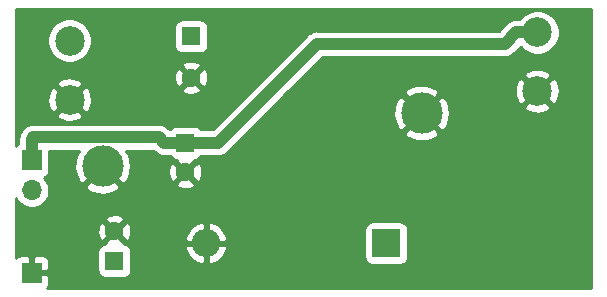
<source format=gbr>
G04 #@! TF.GenerationSoftware,KiCad,Pcbnew,(5.1.5)-3*
G04 #@! TF.CreationDate,2021-03-22T00:26:30+01:00*
G04 #@! TF.ProjectId,12V_to_5V,3132565f-746f-45f3-9556-2e6b69636164,rev?*
G04 #@! TF.SameCoordinates,Original*
G04 #@! TF.FileFunction,Copper,L2,Bot*
G04 #@! TF.FilePolarity,Positive*
%FSLAX46Y46*%
G04 Gerber Fmt 4.6, Leading zero omitted, Abs format (unit mm)*
G04 Created by KiCad (PCBNEW (5.1.5)-3) date 2021-03-22 00:26:30*
%MOMM*%
%LPD*%
G04 APERTURE LIST*
%ADD10C,3.500000*%
%ADD11O,1.700000X1.700000*%
%ADD12R,1.700000X1.700000*%
%ADD13C,2.500000*%
%ADD14R,1.600000X1.600000*%
%ADD15C,1.600000*%
%ADD16R,2.400000X2.400000*%
%ADD17O,2.400000X2.400000*%
%ADD18C,1.000000*%
%ADD19C,0.254000*%
G04 APERTURE END LIST*
D10*
X120000000Y-84500000D03*
X93000000Y-89000000D03*
D11*
X87000000Y-91040000D03*
D12*
X87000000Y-88500000D03*
D13*
X90200000Y-78350000D03*
X90200000Y-83350000D03*
D14*
X100500000Y-78000000D03*
D15*
X100500000Y-81500000D03*
D14*
X94000000Y-97000000D03*
D15*
X94000000Y-94500000D03*
X100000000Y-89500000D03*
D14*
X100000000Y-87000000D03*
D16*
X117000000Y-95500000D03*
D17*
X101760000Y-95500000D03*
D13*
X129800000Y-77650000D03*
X129800000Y-82650000D03*
D12*
X87000000Y-98000000D03*
D18*
X102788800Y-87000000D02*
X100000000Y-87000000D01*
X111150400Y-78638400D02*
X102788800Y-87000000D01*
X127043834Y-78638400D02*
X111150400Y-78638400D01*
X129800000Y-77650000D02*
X128032234Y-77650000D01*
X128032234Y-77650000D02*
X127043834Y-78638400D01*
X87100001Y-86549999D02*
X87000000Y-86650000D01*
X97749999Y-86549999D02*
X87100001Y-86549999D01*
X98200000Y-87000000D02*
X97749999Y-86549999D01*
X87000000Y-86650000D02*
X87000000Y-88500000D01*
X100000000Y-87000000D02*
X98200000Y-87000000D01*
D19*
G36*
X134340001Y-99340000D02*
G01*
X88253889Y-99340000D01*
X88301185Y-99301185D01*
X88380537Y-99204494D01*
X88439502Y-99094180D01*
X88475812Y-98974482D01*
X88488072Y-98850000D01*
X88485000Y-98285750D01*
X88326250Y-98127000D01*
X87127000Y-98127000D01*
X87127000Y-98147000D01*
X86873000Y-98147000D01*
X86873000Y-98127000D01*
X86853000Y-98127000D01*
X86853000Y-97873000D01*
X86873000Y-97873000D01*
X86873000Y-96673750D01*
X87127000Y-96673750D01*
X87127000Y-97873000D01*
X88326250Y-97873000D01*
X88485000Y-97714250D01*
X88488072Y-97150000D01*
X88475812Y-97025518D01*
X88439502Y-96905820D01*
X88380537Y-96795506D01*
X88301185Y-96698815D01*
X88204494Y-96619463D01*
X88094180Y-96560498D01*
X87974482Y-96524188D01*
X87850000Y-96511928D01*
X87285750Y-96515000D01*
X87127000Y-96673750D01*
X86873000Y-96673750D01*
X86714250Y-96515000D01*
X86150000Y-96511928D01*
X86025518Y-96524188D01*
X85905820Y-96560498D01*
X85795506Y-96619463D01*
X85698815Y-96698815D01*
X85660000Y-96746111D01*
X85660000Y-96200000D01*
X92561928Y-96200000D01*
X92561928Y-97800000D01*
X92574188Y-97924482D01*
X92610498Y-98044180D01*
X92669463Y-98154494D01*
X92748815Y-98251185D01*
X92845506Y-98330537D01*
X92955820Y-98389502D01*
X93075518Y-98425812D01*
X93200000Y-98438072D01*
X94800000Y-98438072D01*
X94924482Y-98425812D01*
X95044180Y-98389502D01*
X95154494Y-98330537D01*
X95251185Y-98251185D01*
X95330537Y-98154494D01*
X95389502Y-98044180D01*
X95425812Y-97924482D01*
X95438072Y-97800000D01*
X95438072Y-96200000D01*
X95425812Y-96075518D01*
X95389502Y-95955820D01*
X95365976Y-95911805D01*
X99971805Y-95911805D01*
X100044379Y-96151066D01*
X100204361Y-96473257D01*
X100424125Y-96758046D01*
X100695226Y-96994489D01*
X101007246Y-97173500D01*
X101348194Y-97288199D01*
X101633000Y-97171854D01*
X101633000Y-95627000D01*
X101887000Y-95627000D01*
X101887000Y-97171854D01*
X102171806Y-97288199D01*
X102512754Y-97173500D01*
X102824774Y-96994489D01*
X103095875Y-96758046D01*
X103315639Y-96473257D01*
X103475621Y-96151066D01*
X103548195Y-95911805D01*
X103431432Y-95627000D01*
X101887000Y-95627000D01*
X101633000Y-95627000D01*
X100088568Y-95627000D01*
X99971805Y-95911805D01*
X95365976Y-95911805D01*
X95330537Y-95845506D01*
X95251185Y-95748815D01*
X95154494Y-95669463D01*
X95044180Y-95610498D01*
X94924482Y-95574188D01*
X94800000Y-95561928D01*
X94792785Y-95561928D01*
X94813097Y-95492702D01*
X94000000Y-94679605D01*
X93186903Y-95492702D01*
X93207215Y-95561928D01*
X93200000Y-95561928D01*
X93075518Y-95574188D01*
X92955820Y-95610498D01*
X92845506Y-95669463D01*
X92748815Y-95748815D01*
X92669463Y-95845506D01*
X92610498Y-95955820D01*
X92574188Y-96075518D01*
X92561928Y-96200000D01*
X85660000Y-96200000D01*
X85660000Y-94570512D01*
X92559783Y-94570512D01*
X92601213Y-94850130D01*
X92696397Y-95116292D01*
X92763329Y-95241514D01*
X93007298Y-95313097D01*
X93820395Y-94500000D01*
X94179605Y-94500000D01*
X94992702Y-95313097D01*
X95236671Y-95241514D01*
X95309217Y-95088195D01*
X99971805Y-95088195D01*
X100088568Y-95373000D01*
X101633000Y-95373000D01*
X101633000Y-93828146D01*
X101887000Y-93828146D01*
X101887000Y-95373000D01*
X103431432Y-95373000D01*
X103548195Y-95088195D01*
X103475621Y-94848934D01*
X103315639Y-94526743D01*
X103140668Y-94300000D01*
X115161928Y-94300000D01*
X115161928Y-96700000D01*
X115174188Y-96824482D01*
X115210498Y-96944180D01*
X115269463Y-97054494D01*
X115348815Y-97151185D01*
X115445506Y-97230537D01*
X115555820Y-97289502D01*
X115675518Y-97325812D01*
X115800000Y-97338072D01*
X118200000Y-97338072D01*
X118324482Y-97325812D01*
X118444180Y-97289502D01*
X118554494Y-97230537D01*
X118651185Y-97151185D01*
X118730537Y-97054494D01*
X118789502Y-96944180D01*
X118825812Y-96824482D01*
X118838072Y-96700000D01*
X118838072Y-94300000D01*
X118825812Y-94175518D01*
X118789502Y-94055820D01*
X118730537Y-93945506D01*
X118651185Y-93848815D01*
X118554494Y-93769463D01*
X118444180Y-93710498D01*
X118324482Y-93674188D01*
X118200000Y-93661928D01*
X115800000Y-93661928D01*
X115675518Y-93674188D01*
X115555820Y-93710498D01*
X115445506Y-93769463D01*
X115348815Y-93848815D01*
X115269463Y-93945506D01*
X115210498Y-94055820D01*
X115174188Y-94175518D01*
X115161928Y-94300000D01*
X103140668Y-94300000D01*
X103095875Y-94241954D01*
X102824774Y-94005511D01*
X102512754Y-93826500D01*
X102171806Y-93711801D01*
X101887000Y-93828146D01*
X101633000Y-93828146D01*
X101348194Y-93711801D01*
X101007246Y-93826500D01*
X100695226Y-94005511D01*
X100424125Y-94241954D01*
X100204361Y-94526743D01*
X100044379Y-94848934D01*
X99971805Y-95088195D01*
X95309217Y-95088195D01*
X95357571Y-94986004D01*
X95426300Y-94711816D01*
X95440217Y-94429488D01*
X95398787Y-94149870D01*
X95303603Y-93883708D01*
X95236671Y-93758486D01*
X94992702Y-93686903D01*
X94179605Y-94500000D01*
X93820395Y-94500000D01*
X93007298Y-93686903D01*
X92763329Y-93758486D01*
X92642429Y-94013996D01*
X92573700Y-94288184D01*
X92559783Y-94570512D01*
X85660000Y-94570512D01*
X85660000Y-93507298D01*
X93186903Y-93507298D01*
X94000000Y-94320395D01*
X94813097Y-93507298D01*
X94741514Y-93263329D01*
X94486004Y-93142429D01*
X94211816Y-93073700D01*
X93929488Y-93059783D01*
X93649870Y-93101213D01*
X93383708Y-93196397D01*
X93258486Y-93263329D01*
X93186903Y-93507298D01*
X85660000Y-93507298D01*
X85660000Y-91685445D01*
X85684010Y-91743411D01*
X85846525Y-91986632D01*
X86053368Y-92193475D01*
X86296589Y-92355990D01*
X86566842Y-92467932D01*
X86853740Y-92525000D01*
X87146260Y-92525000D01*
X87433158Y-92467932D01*
X87703411Y-92355990D01*
X87946632Y-92193475D01*
X88153475Y-91986632D01*
X88315990Y-91743411D01*
X88427932Y-91473158D01*
X88485000Y-91186260D01*
X88485000Y-90893740D01*
X88440418Y-90669609D01*
X91509997Y-90669609D01*
X91696073Y-91010766D01*
X92113409Y-91226513D01*
X92564815Y-91356696D01*
X93032946Y-91396313D01*
X93499811Y-91343842D01*
X93947468Y-91201297D01*
X94303927Y-91010766D01*
X94490003Y-90669609D01*
X94313097Y-90492702D01*
X99186903Y-90492702D01*
X99258486Y-90736671D01*
X99513996Y-90857571D01*
X99788184Y-90926300D01*
X100070512Y-90940217D01*
X100350130Y-90898787D01*
X100616292Y-90803603D01*
X100741514Y-90736671D01*
X100813097Y-90492702D01*
X100000000Y-89679605D01*
X99186903Y-90492702D01*
X94313097Y-90492702D01*
X93000000Y-89179605D01*
X91509997Y-90669609D01*
X88440418Y-90669609D01*
X88427932Y-90606842D01*
X88315990Y-90336589D01*
X88153475Y-90093368D01*
X88021620Y-89961513D01*
X88094180Y-89939502D01*
X88204494Y-89880537D01*
X88301185Y-89801185D01*
X88380537Y-89704494D01*
X88439502Y-89594180D01*
X88475812Y-89474482D01*
X88488072Y-89350000D01*
X88488072Y-87684999D01*
X91009537Y-87684999D01*
X90989234Y-87696073D01*
X90773487Y-88113409D01*
X90643304Y-88564815D01*
X90603687Y-89032946D01*
X90656158Y-89499811D01*
X90798703Y-89947468D01*
X90989234Y-90303927D01*
X91330391Y-90490003D01*
X92820395Y-89000000D01*
X92806252Y-88985858D01*
X92985858Y-88806252D01*
X93000000Y-88820395D01*
X93014142Y-88806252D01*
X93193748Y-88985858D01*
X93179605Y-89000000D01*
X94669609Y-90490003D01*
X95010766Y-90303927D01*
X95226513Y-89886591D01*
X95317668Y-89570512D01*
X98559783Y-89570512D01*
X98601213Y-89850130D01*
X98696397Y-90116292D01*
X98763329Y-90241514D01*
X99007298Y-90313097D01*
X99820395Y-89500000D01*
X100179605Y-89500000D01*
X100992702Y-90313097D01*
X101236671Y-90241514D01*
X101357571Y-89986004D01*
X101426300Y-89711816D01*
X101440217Y-89429488D01*
X101398787Y-89149870D01*
X101303603Y-88883708D01*
X101236671Y-88758486D01*
X100992702Y-88686903D01*
X100179605Y-89500000D01*
X99820395Y-89500000D01*
X99007298Y-88686903D01*
X98763329Y-88758486D01*
X98642429Y-89013996D01*
X98573700Y-89288184D01*
X98559783Y-89570512D01*
X95317668Y-89570512D01*
X95356696Y-89435185D01*
X95396313Y-88967054D01*
X95343842Y-88500189D01*
X95201297Y-88052532D01*
X95010766Y-87696073D01*
X94990463Y-87684999D01*
X97279867Y-87684999D01*
X97358008Y-87763140D01*
X97393551Y-87806449D01*
X97566377Y-87948284D01*
X97745787Y-88044180D01*
X97763553Y-88053676D01*
X97977501Y-88118577D01*
X98200000Y-88140491D01*
X98255752Y-88135000D01*
X98659043Y-88135000D01*
X98669463Y-88154494D01*
X98748815Y-88251185D01*
X98845506Y-88330537D01*
X98955820Y-88389502D01*
X99075518Y-88425812D01*
X99200000Y-88438072D01*
X99207215Y-88438072D01*
X99186903Y-88507298D01*
X100000000Y-89320395D01*
X100813097Y-88507298D01*
X100792785Y-88438072D01*
X100800000Y-88438072D01*
X100924482Y-88425812D01*
X101044180Y-88389502D01*
X101154494Y-88330537D01*
X101251185Y-88251185D01*
X101330537Y-88154494D01*
X101340957Y-88135000D01*
X102733049Y-88135000D01*
X102788800Y-88140491D01*
X102844551Y-88135000D01*
X102844552Y-88135000D01*
X103011299Y-88118577D01*
X103225247Y-88053676D01*
X103422423Y-87948284D01*
X103595249Y-87806449D01*
X103630796Y-87763135D01*
X105224322Y-86169609D01*
X118509997Y-86169609D01*
X118696073Y-86510766D01*
X119113409Y-86726513D01*
X119564815Y-86856696D01*
X120032946Y-86896313D01*
X120499811Y-86843842D01*
X120947468Y-86701297D01*
X121303927Y-86510766D01*
X121490003Y-86169609D01*
X120000000Y-84679605D01*
X118509997Y-86169609D01*
X105224322Y-86169609D01*
X106860985Y-84532946D01*
X117603687Y-84532946D01*
X117656158Y-84999811D01*
X117798703Y-85447468D01*
X117989234Y-85803927D01*
X118330391Y-85990003D01*
X119820395Y-84500000D01*
X120179605Y-84500000D01*
X121669609Y-85990003D01*
X122010766Y-85803927D01*
X122226513Y-85386591D01*
X122356696Y-84935185D01*
X122396313Y-84467054D01*
X122343842Y-84000189D01*
X122332193Y-83963605D01*
X128666000Y-83963605D01*
X128791914Y-84253577D01*
X129124126Y-84419433D01*
X129482312Y-84517290D01*
X129852706Y-84543389D01*
X130221075Y-84496725D01*
X130573262Y-84379094D01*
X130808086Y-84253577D01*
X130934000Y-83963605D01*
X129800000Y-82829605D01*
X128666000Y-83963605D01*
X122332193Y-83963605D01*
X122201297Y-83552532D01*
X122010766Y-83196073D01*
X121669609Y-83009997D01*
X120179605Y-84500000D01*
X119820395Y-84500000D01*
X118330391Y-83009997D01*
X117989234Y-83196073D01*
X117773487Y-83613409D01*
X117643304Y-84064815D01*
X117603687Y-84532946D01*
X106860985Y-84532946D01*
X108563540Y-82830391D01*
X118509997Y-82830391D01*
X120000000Y-84320395D01*
X121490003Y-82830391D01*
X121420361Y-82702706D01*
X127906611Y-82702706D01*
X127953275Y-83071075D01*
X128070906Y-83423262D01*
X128196423Y-83658086D01*
X128486395Y-83784000D01*
X129620395Y-82650000D01*
X129979605Y-82650000D01*
X131113605Y-83784000D01*
X131403577Y-83658086D01*
X131569433Y-83325874D01*
X131667290Y-82967688D01*
X131693389Y-82597294D01*
X131646725Y-82228925D01*
X131529094Y-81876738D01*
X131403577Y-81641914D01*
X131113605Y-81516000D01*
X129979605Y-82650000D01*
X129620395Y-82650000D01*
X128486395Y-81516000D01*
X128196423Y-81641914D01*
X128030567Y-81974126D01*
X127932710Y-82332312D01*
X127906611Y-82702706D01*
X121420361Y-82702706D01*
X121303927Y-82489234D01*
X120886591Y-82273487D01*
X120435185Y-82143304D01*
X119967054Y-82103687D01*
X119500189Y-82156158D01*
X119052532Y-82298703D01*
X118696073Y-82489234D01*
X118509997Y-82830391D01*
X108563540Y-82830391D01*
X110057536Y-81336395D01*
X128666000Y-81336395D01*
X129800000Y-82470395D01*
X130934000Y-81336395D01*
X130808086Y-81046423D01*
X130475874Y-80880567D01*
X130117688Y-80782710D01*
X129747294Y-80756611D01*
X129378925Y-80803275D01*
X129026738Y-80920906D01*
X128791914Y-81046423D01*
X128666000Y-81336395D01*
X110057536Y-81336395D01*
X111620532Y-79773400D01*
X126988083Y-79773400D01*
X127043834Y-79778891D01*
X127099585Y-79773400D01*
X127099586Y-79773400D01*
X127266333Y-79756977D01*
X127480281Y-79692076D01*
X127677457Y-79586684D01*
X127850283Y-79444849D01*
X127885829Y-79401536D01*
X128385787Y-78901580D01*
X128598382Y-79114175D01*
X128907118Y-79320466D01*
X129250166Y-79462561D01*
X129614344Y-79535000D01*
X129985656Y-79535000D01*
X130349834Y-79462561D01*
X130692882Y-79320466D01*
X131001618Y-79114175D01*
X131264175Y-78851618D01*
X131470466Y-78542882D01*
X131612561Y-78199834D01*
X131685000Y-77835656D01*
X131685000Y-77464344D01*
X131612561Y-77100166D01*
X131470466Y-76757118D01*
X131264175Y-76448382D01*
X131001618Y-76185825D01*
X130692882Y-75979534D01*
X130349834Y-75837439D01*
X129985656Y-75765000D01*
X129614344Y-75765000D01*
X129250166Y-75837439D01*
X128907118Y-75979534D01*
X128598382Y-76185825D01*
X128335825Y-76448382D01*
X128291312Y-76515000D01*
X128087986Y-76515000D01*
X128032234Y-76509509D01*
X127809735Y-76531423D01*
X127595787Y-76596324D01*
X127398611Y-76701716D01*
X127269090Y-76808011D01*
X127269088Y-76808013D01*
X127225785Y-76843551D01*
X127190247Y-76886855D01*
X126573702Y-77503400D01*
X111206151Y-77503400D01*
X111150399Y-77497909D01*
X110927900Y-77519823D01*
X110878105Y-77534929D01*
X110713953Y-77584724D01*
X110516777Y-77690116D01*
X110343951Y-77831951D01*
X110308411Y-77875257D01*
X102318669Y-85865000D01*
X101340957Y-85865000D01*
X101330537Y-85845506D01*
X101251185Y-85748815D01*
X101154494Y-85669463D01*
X101044180Y-85610498D01*
X100924482Y-85574188D01*
X100800000Y-85561928D01*
X99200000Y-85561928D01*
X99075518Y-85574188D01*
X98955820Y-85610498D01*
X98845506Y-85669463D01*
X98748815Y-85748815D01*
X98669463Y-85845506D01*
X98662905Y-85857774D01*
X98591994Y-85786863D01*
X98556448Y-85743550D01*
X98383622Y-85601715D01*
X98186446Y-85496323D01*
X97972498Y-85431422D01*
X97805751Y-85414999D01*
X97805750Y-85414999D01*
X97749999Y-85409508D01*
X97694248Y-85414999D01*
X87155753Y-85414999D01*
X87100001Y-85409508D01*
X87044250Y-85414999D01*
X87044249Y-85414999D01*
X86877502Y-85431422D01*
X86663554Y-85496323D01*
X86466378Y-85601715D01*
X86293552Y-85743550D01*
X86258005Y-85786864D01*
X86236865Y-85808004D01*
X86193551Y-85843551D01*
X86051716Y-86016377D01*
X85969813Y-86169609D01*
X85946324Y-86213554D01*
X85881423Y-86427502D01*
X85859509Y-86650000D01*
X85865000Y-86705752D01*
X85865000Y-87082317D01*
X85795506Y-87119463D01*
X85698815Y-87198815D01*
X85660000Y-87246111D01*
X85660000Y-84663605D01*
X89066000Y-84663605D01*
X89191914Y-84953577D01*
X89524126Y-85119433D01*
X89882312Y-85217290D01*
X90252706Y-85243389D01*
X90621075Y-85196725D01*
X90973262Y-85079094D01*
X91208086Y-84953577D01*
X91334000Y-84663605D01*
X90200000Y-83529605D01*
X89066000Y-84663605D01*
X85660000Y-84663605D01*
X85660000Y-83402706D01*
X88306611Y-83402706D01*
X88353275Y-83771075D01*
X88470906Y-84123262D01*
X88596423Y-84358086D01*
X88886395Y-84484000D01*
X90020395Y-83350000D01*
X90379605Y-83350000D01*
X91513605Y-84484000D01*
X91803577Y-84358086D01*
X91969433Y-84025874D01*
X92067290Y-83667688D01*
X92093389Y-83297294D01*
X92046725Y-82928925D01*
X91929094Y-82576738D01*
X91884176Y-82492702D01*
X99686903Y-82492702D01*
X99758486Y-82736671D01*
X100013996Y-82857571D01*
X100288184Y-82926300D01*
X100570512Y-82940217D01*
X100850130Y-82898787D01*
X101116292Y-82803603D01*
X101241514Y-82736671D01*
X101313097Y-82492702D01*
X100500000Y-81679605D01*
X99686903Y-82492702D01*
X91884176Y-82492702D01*
X91803577Y-82341914D01*
X91513605Y-82216000D01*
X90379605Y-83350000D01*
X90020395Y-83350000D01*
X88886395Y-82216000D01*
X88596423Y-82341914D01*
X88430567Y-82674126D01*
X88332710Y-83032312D01*
X88306611Y-83402706D01*
X85660000Y-83402706D01*
X85660000Y-82036395D01*
X89066000Y-82036395D01*
X90200000Y-83170395D01*
X91334000Y-82036395D01*
X91208086Y-81746423D01*
X90875874Y-81580567D01*
X90839070Y-81570512D01*
X99059783Y-81570512D01*
X99101213Y-81850130D01*
X99196397Y-82116292D01*
X99263329Y-82241514D01*
X99507298Y-82313097D01*
X100320395Y-81500000D01*
X100679605Y-81500000D01*
X101492702Y-82313097D01*
X101736671Y-82241514D01*
X101857571Y-81986004D01*
X101926300Y-81711816D01*
X101940217Y-81429488D01*
X101898787Y-81149870D01*
X101803603Y-80883708D01*
X101736671Y-80758486D01*
X101492702Y-80686903D01*
X100679605Y-81500000D01*
X100320395Y-81500000D01*
X99507298Y-80686903D01*
X99263329Y-80758486D01*
X99142429Y-81013996D01*
X99073700Y-81288184D01*
X99059783Y-81570512D01*
X90839070Y-81570512D01*
X90517688Y-81482710D01*
X90147294Y-81456611D01*
X89778925Y-81503275D01*
X89426738Y-81620906D01*
X89191914Y-81746423D01*
X89066000Y-82036395D01*
X85660000Y-82036395D01*
X85660000Y-80507298D01*
X99686903Y-80507298D01*
X100500000Y-81320395D01*
X101313097Y-80507298D01*
X101241514Y-80263329D01*
X100986004Y-80142429D01*
X100711816Y-80073700D01*
X100429488Y-80059783D01*
X100149870Y-80101213D01*
X99883708Y-80196397D01*
X99758486Y-80263329D01*
X99686903Y-80507298D01*
X85660000Y-80507298D01*
X85660000Y-78164344D01*
X88315000Y-78164344D01*
X88315000Y-78535656D01*
X88387439Y-78899834D01*
X88529534Y-79242882D01*
X88735825Y-79551618D01*
X88998382Y-79814175D01*
X89307118Y-80020466D01*
X89650166Y-80162561D01*
X90014344Y-80235000D01*
X90385656Y-80235000D01*
X90749834Y-80162561D01*
X91092882Y-80020466D01*
X91401618Y-79814175D01*
X91664175Y-79551618D01*
X91870466Y-79242882D01*
X92012561Y-78899834D01*
X92085000Y-78535656D01*
X92085000Y-78164344D01*
X92012561Y-77800166D01*
X91870466Y-77457118D01*
X91698666Y-77200000D01*
X99061928Y-77200000D01*
X99061928Y-78800000D01*
X99074188Y-78924482D01*
X99110498Y-79044180D01*
X99169463Y-79154494D01*
X99248815Y-79251185D01*
X99345506Y-79330537D01*
X99455820Y-79389502D01*
X99575518Y-79425812D01*
X99700000Y-79438072D01*
X101300000Y-79438072D01*
X101424482Y-79425812D01*
X101544180Y-79389502D01*
X101654494Y-79330537D01*
X101751185Y-79251185D01*
X101830537Y-79154494D01*
X101889502Y-79044180D01*
X101925812Y-78924482D01*
X101938072Y-78800000D01*
X101938072Y-77200000D01*
X101925812Y-77075518D01*
X101889502Y-76955820D01*
X101830537Y-76845506D01*
X101751185Y-76748815D01*
X101654494Y-76669463D01*
X101544180Y-76610498D01*
X101424482Y-76574188D01*
X101300000Y-76561928D01*
X99700000Y-76561928D01*
X99575518Y-76574188D01*
X99455820Y-76610498D01*
X99345506Y-76669463D01*
X99248815Y-76748815D01*
X99169463Y-76845506D01*
X99110498Y-76955820D01*
X99074188Y-77075518D01*
X99061928Y-77200000D01*
X91698666Y-77200000D01*
X91664175Y-77148382D01*
X91401618Y-76885825D01*
X91092882Y-76679534D01*
X90749834Y-76537439D01*
X90385656Y-76465000D01*
X90014344Y-76465000D01*
X89650166Y-76537439D01*
X89307118Y-76679534D01*
X88998382Y-76885825D01*
X88735825Y-77148382D01*
X88529534Y-77457118D01*
X88387439Y-77800166D01*
X88315000Y-78164344D01*
X85660000Y-78164344D01*
X85660000Y-75660000D01*
X134340000Y-75660000D01*
X134340001Y-99340000D01*
G37*
X134340001Y-99340000D02*
X88253889Y-99340000D01*
X88301185Y-99301185D01*
X88380537Y-99204494D01*
X88439502Y-99094180D01*
X88475812Y-98974482D01*
X88488072Y-98850000D01*
X88485000Y-98285750D01*
X88326250Y-98127000D01*
X87127000Y-98127000D01*
X87127000Y-98147000D01*
X86873000Y-98147000D01*
X86873000Y-98127000D01*
X86853000Y-98127000D01*
X86853000Y-97873000D01*
X86873000Y-97873000D01*
X86873000Y-96673750D01*
X87127000Y-96673750D01*
X87127000Y-97873000D01*
X88326250Y-97873000D01*
X88485000Y-97714250D01*
X88488072Y-97150000D01*
X88475812Y-97025518D01*
X88439502Y-96905820D01*
X88380537Y-96795506D01*
X88301185Y-96698815D01*
X88204494Y-96619463D01*
X88094180Y-96560498D01*
X87974482Y-96524188D01*
X87850000Y-96511928D01*
X87285750Y-96515000D01*
X87127000Y-96673750D01*
X86873000Y-96673750D01*
X86714250Y-96515000D01*
X86150000Y-96511928D01*
X86025518Y-96524188D01*
X85905820Y-96560498D01*
X85795506Y-96619463D01*
X85698815Y-96698815D01*
X85660000Y-96746111D01*
X85660000Y-96200000D01*
X92561928Y-96200000D01*
X92561928Y-97800000D01*
X92574188Y-97924482D01*
X92610498Y-98044180D01*
X92669463Y-98154494D01*
X92748815Y-98251185D01*
X92845506Y-98330537D01*
X92955820Y-98389502D01*
X93075518Y-98425812D01*
X93200000Y-98438072D01*
X94800000Y-98438072D01*
X94924482Y-98425812D01*
X95044180Y-98389502D01*
X95154494Y-98330537D01*
X95251185Y-98251185D01*
X95330537Y-98154494D01*
X95389502Y-98044180D01*
X95425812Y-97924482D01*
X95438072Y-97800000D01*
X95438072Y-96200000D01*
X95425812Y-96075518D01*
X95389502Y-95955820D01*
X95365976Y-95911805D01*
X99971805Y-95911805D01*
X100044379Y-96151066D01*
X100204361Y-96473257D01*
X100424125Y-96758046D01*
X100695226Y-96994489D01*
X101007246Y-97173500D01*
X101348194Y-97288199D01*
X101633000Y-97171854D01*
X101633000Y-95627000D01*
X101887000Y-95627000D01*
X101887000Y-97171854D01*
X102171806Y-97288199D01*
X102512754Y-97173500D01*
X102824774Y-96994489D01*
X103095875Y-96758046D01*
X103315639Y-96473257D01*
X103475621Y-96151066D01*
X103548195Y-95911805D01*
X103431432Y-95627000D01*
X101887000Y-95627000D01*
X101633000Y-95627000D01*
X100088568Y-95627000D01*
X99971805Y-95911805D01*
X95365976Y-95911805D01*
X95330537Y-95845506D01*
X95251185Y-95748815D01*
X95154494Y-95669463D01*
X95044180Y-95610498D01*
X94924482Y-95574188D01*
X94800000Y-95561928D01*
X94792785Y-95561928D01*
X94813097Y-95492702D01*
X94000000Y-94679605D01*
X93186903Y-95492702D01*
X93207215Y-95561928D01*
X93200000Y-95561928D01*
X93075518Y-95574188D01*
X92955820Y-95610498D01*
X92845506Y-95669463D01*
X92748815Y-95748815D01*
X92669463Y-95845506D01*
X92610498Y-95955820D01*
X92574188Y-96075518D01*
X92561928Y-96200000D01*
X85660000Y-96200000D01*
X85660000Y-94570512D01*
X92559783Y-94570512D01*
X92601213Y-94850130D01*
X92696397Y-95116292D01*
X92763329Y-95241514D01*
X93007298Y-95313097D01*
X93820395Y-94500000D01*
X94179605Y-94500000D01*
X94992702Y-95313097D01*
X95236671Y-95241514D01*
X95309217Y-95088195D01*
X99971805Y-95088195D01*
X100088568Y-95373000D01*
X101633000Y-95373000D01*
X101633000Y-93828146D01*
X101887000Y-93828146D01*
X101887000Y-95373000D01*
X103431432Y-95373000D01*
X103548195Y-95088195D01*
X103475621Y-94848934D01*
X103315639Y-94526743D01*
X103140668Y-94300000D01*
X115161928Y-94300000D01*
X115161928Y-96700000D01*
X115174188Y-96824482D01*
X115210498Y-96944180D01*
X115269463Y-97054494D01*
X115348815Y-97151185D01*
X115445506Y-97230537D01*
X115555820Y-97289502D01*
X115675518Y-97325812D01*
X115800000Y-97338072D01*
X118200000Y-97338072D01*
X118324482Y-97325812D01*
X118444180Y-97289502D01*
X118554494Y-97230537D01*
X118651185Y-97151185D01*
X118730537Y-97054494D01*
X118789502Y-96944180D01*
X118825812Y-96824482D01*
X118838072Y-96700000D01*
X118838072Y-94300000D01*
X118825812Y-94175518D01*
X118789502Y-94055820D01*
X118730537Y-93945506D01*
X118651185Y-93848815D01*
X118554494Y-93769463D01*
X118444180Y-93710498D01*
X118324482Y-93674188D01*
X118200000Y-93661928D01*
X115800000Y-93661928D01*
X115675518Y-93674188D01*
X115555820Y-93710498D01*
X115445506Y-93769463D01*
X115348815Y-93848815D01*
X115269463Y-93945506D01*
X115210498Y-94055820D01*
X115174188Y-94175518D01*
X115161928Y-94300000D01*
X103140668Y-94300000D01*
X103095875Y-94241954D01*
X102824774Y-94005511D01*
X102512754Y-93826500D01*
X102171806Y-93711801D01*
X101887000Y-93828146D01*
X101633000Y-93828146D01*
X101348194Y-93711801D01*
X101007246Y-93826500D01*
X100695226Y-94005511D01*
X100424125Y-94241954D01*
X100204361Y-94526743D01*
X100044379Y-94848934D01*
X99971805Y-95088195D01*
X95309217Y-95088195D01*
X95357571Y-94986004D01*
X95426300Y-94711816D01*
X95440217Y-94429488D01*
X95398787Y-94149870D01*
X95303603Y-93883708D01*
X95236671Y-93758486D01*
X94992702Y-93686903D01*
X94179605Y-94500000D01*
X93820395Y-94500000D01*
X93007298Y-93686903D01*
X92763329Y-93758486D01*
X92642429Y-94013996D01*
X92573700Y-94288184D01*
X92559783Y-94570512D01*
X85660000Y-94570512D01*
X85660000Y-93507298D01*
X93186903Y-93507298D01*
X94000000Y-94320395D01*
X94813097Y-93507298D01*
X94741514Y-93263329D01*
X94486004Y-93142429D01*
X94211816Y-93073700D01*
X93929488Y-93059783D01*
X93649870Y-93101213D01*
X93383708Y-93196397D01*
X93258486Y-93263329D01*
X93186903Y-93507298D01*
X85660000Y-93507298D01*
X85660000Y-91685445D01*
X85684010Y-91743411D01*
X85846525Y-91986632D01*
X86053368Y-92193475D01*
X86296589Y-92355990D01*
X86566842Y-92467932D01*
X86853740Y-92525000D01*
X87146260Y-92525000D01*
X87433158Y-92467932D01*
X87703411Y-92355990D01*
X87946632Y-92193475D01*
X88153475Y-91986632D01*
X88315990Y-91743411D01*
X88427932Y-91473158D01*
X88485000Y-91186260D01*
X88485000Y-90893740D01*
X88440418Y-90669609D01*
X91509997Y-90669609D01*
X91696073Y-91010766D01*
X92113409Y-91226513D01*
X92564815Y-91356696D01*
X93032946Y-91396313D01*
X93499811Y-91343842D01*
X93947468Y-91201297D01*
X94303927Y-91010766D01*
X94490003Y-90669609D01*
X94313097Y-90492702D01*
X99186903Y-90492702D01*
X99258486Y-90736671D01*
X99513996Y-90857571D01*
X99788184Y-90926300D01*
X100070512Y-90940217D01*
X100350130Y-90898787D01*
X100616292Y-90803603D01*
X100741514Y-90736671D01*
X100813097Y-90492702D01*
X100000000Y-89679605D01*
X99186903Y-90492702D01*
X94313097Y-90492702D01*
X93000000Y-89179605D01*
X91509997Y-90669609D01*
X88440418Y-90669609D01*
X88427932Y-90606842D01*
X88315990Y-90336589D01*
X88153475Y-90093368D01*
X88021620Y-89961513D01*
X88094180Y-89939502D01*
X88204494Y-89880537D01*
X88301185Y-89801185D01*
X88380537Y-89704494D01*
X88439502Y-89594180D01*
X88475812Y-89474482D01*
X88488072Y-89350000D01*
X88488072Y-87684999D01*
X91009537Y-87684999D01*
X90989234Y-87696073D01*
X90773487Y-88113409D01*
X90643304Y-88564815D01*
X90603687Y-89032946D01*
X90656158Y-89499811D01*
X90798703Y-89947468D01*
X90989234Y-90303927D01*
X91330391Y-90490003D01*
X92820395Y-89000000D01*
X92806252Y-88985858D01*
X92985858Y-88806252D01*
X93000000Y-88820395D01*
X93014142Y-88806252D01*
X93193748Y-88985858D01*
X93179605Y-89000000D01*
X94669609Y-90490003D01*
X95010766Y-90303927D01*
X95226513Y-89886591D01*
X95317668Y-89570512D01*
X98559783Y-89570512D01*
X98601213Y-89850130D01*
X98696397Y-90116292D01*
X98763329Y-90241514D01*
X99007298Y-90313097D01*
X99820395Y-89500000D01*
X100179605Y-89500000D01*
X100992702Y-90313097D01*
X101236671Y-90241514D01*
X101357571Y-89986004D01*
X101426300Y-89711816D01*
X101440217Y-89429488D01*
X101398787Y-89149870D01*
X101303603Y-88883708D01*
X101236671Y-88758486D01*
X100992702Y-88686903D01*
X100179605Y-89500000D01*
X99820395Y-89500000D01*
X99007298Y-88686903D01*
X98763329Y-88758486D01*
X98642429Y-89013996D01*
X98573700Y-89288184D01*
X98559783Y-89570512D01*
X95317668Y-89570512D01*
X95356696Y-89435185D01*
X95396313Y-88967054D01*
X95343842Y-88500189D01*
X95201297Y-88052532D01*
X95010766Y-87696073D01*
X94990463Y-87684999D01*
X97279867Y-87684999D01*
X97358008Y-87763140D01*
X97393551Y-87806449D01*
X97566377Y-87948284D01*
X97745787Y-88044180D01*
X97763553Y-88053676D01*
X97977501Y-88118577D01*
X98200000Y-88140491D01*
X98255752Y-88135000D01*
X98659043Y-88135000D01*
X98669463Y-88154494D01*
X98748815Y-88251185D01*
X98845506Y-88330537D01*
X98955820Y-88389502D01*
X99075518Y-88425812D01*
X99200000Y-88438072D01*
X99207215Y-88438072D01*
X99186903Y-88507298D01*
X100000000Y-89320395D01*
X100813097Y-88507298D01*
X100792785Y-88438072D01*
X100800000Y-88438072D01*
X100924482Y-88425812D01*
X101044180Y-88389502D01*
X101154494Y-88330537D01*
X101251185Y-88251185D01*
X101330537Y-88154494D01*
X101340957Y-88135000D01*
X102733049Y-88135000D01*
X102788800Y-88140491D01*
X102844551Y-88135000D01*
X102844552Y-88135000D01*
X103011299Y-88118577D01*
X103225247Y-88053676D01*
X103422423Y-87948284D01*
X103595249Y-87806449D01*
X103630796Y-87763135D01*
X105224322Y-86169609D01*
X118509997Y-86169609D01*
X118696073Y-86510766D01*
X119113409Y-86726513D01*
X119564815Y-86856696D01*
X120032946Y-86896313D01*
X120499811Y-86843842D01*
X120947468Y-86701297D01*
X121303927Y-86510766D01*
X121490003Y-86169609D01*
X120000000Y-84679605D01*
X118509997Y-86169609D01*
X105224322Y-86169609D01*
X106860985Y-84532946D01*
X117603687Y-84532946D01*
X117656158Y-84999811D01*
X117798703Y-85447468D01*
X117989234Y-85803927D01*
X118330391Y-85990003D01*
X119820395Y-84500000D01*
X120179605Y-84500000D01*
X121669609Y-85990003D01*
X122010766Y-85803927D01*
X122226513Y-85386591D01*
X122356696Y-84935185D01*
X122396313Y-84467054D01*
X122343842Y-84000189D01*
X122332193Y-83963605D01*
X128666000Y-83963605D01*
X128791914Y-84253577D01*
X129124126Y-84419433D01*
X129482312Y-84517290D01*
X129852706Y-84543389D01*
X130221075Y-84496725D01*
X130573262Y-84379094D01*
X130808086Y-84253577D01*
X130934000Y-83963605D01*
X129800000Y-82829605D01*
X128666000Y-83963605D01*
X122332193Y-83963605D01*
X122201297Y-83552532D01*
X122010766Y-83196073D01*
X121669609Y-83009997D01*
X120179605Y-84500000D01*
X119820395Y-84500000D01*
X118330391Y-83009997D01*
X117989234Y-83196073D01*
X117773487Y-83613409D01*
X117643304Y-84064815D01*
X117603687Y-84532946D01*
X106860985Y-84532946D01*
X108563540Y-82830391D01*
X118509997Y-82830391D01*
X120000000Y-84320395D01*
X121490003Y-82830391D01*
X121420361Y-82702706D01*
X127906611Y-82702706D01*
X127953275Y-83071075D01*
X128070906Y-83423262D01*
X128196423Y-83658086D01*
X128486395Y-83784000D01*
X129620395Y-82650000D01*
X129979605Y-82650000D01*
X131113605Y-83784000D01*
X131403577Y-83658086D01*
X131569433Y-83325874D01*
X131667290Y-82967688D01*
X131693389Y-82597294D01*
X131646725Y-82228925D01*
X131529094Y-81876738D01*
X131403577Y-81641914D01*
X131113605Y-81516000D01*
X129979605Y-82650000D01*
X129620395Y-82650000D01*
X128486395Y-81516000D01*
X128196423Y-81641914D01*
X128030567Y-81974126D01*
X127932710Y-82332312D01*
X127906611Y-82702706D01*
X121420361Y-82702706D01*
X121303927Y-82489234D01*
X120886591Y-82273487D01*
X120435185Y-82143304D01*
X119967054Y-82103687D01*
X119500189Y-82156158D01*
X119052532Y-82298703D01*
X118696073Y-82489234D01*
X118509997Y-82830391D01*
X108563540Y-82830391D01*
X110057536Y-81336395D01*
X128666000Y-81336395D01*
X129800000Y-82470395D01*
X130934000Y-81336395D01*
X130808086Y-81046423D01*
X130475874Y-80880567D01*
X130117688Y-80782710D01*
X129747294Y-80756611D01*
X129378925Y-80803275D01*
X129026738Y-80920906D01*
X128791914Y-81046423D01*
X128666000Y-81336395D01*
X110057536Y-81336395D01*
X111620532Y-79773400D01*
X126988083Y-79773400D01*
X127043834Y-79778891D01*
X127099585Y-79773400D01*
X127099586Y-79773400D01*
X127266333Y-79756977D01*
X127480281Y-79692076D01*
X127677457Y-79586684D01*
X127850283Y-79444849D01*
X127885829Y-79401536D01*
X128385787Y-78901580D01*
X128598382Y-79114175D01*
X128907118Y-79320466D01*
X129250166Y-79462561D01*
X129614344Y-79535000D01*
X129985656Y-79535000D01*
X130349834Y-79462561D01*
X130692882Y-79320466D01*
X131001618Y-79114175D01*
X131264175Y-78851618D01*
X131470466Y-78542882D01*
X131612561Y-78199834D01*
X131685000Y-77835656D01*
X131685000Y-77464344D01*
X131612561Y-77100166D01*
X131470466Y-76757118D01*
X131264175Y-76448382D01*
X131001618Y-76185825D01*
X130692882Y-75979534D01*
X130349834Y-75837439D01*
X129985656Y-75765000D01*
X129614344Y-75765000D01*
X129250166Y-75837439D01*
X128907118Y-75979534D01*
X128598382Y-76185825D01*
X128335825Y-76448382D01*
X128291312Y-76515000D01*
X128087986Y-76515000D01*
X128032234Y-76509509D01*
X127809735Y-76531423D01*
X127595787Y-76596324D01*
X127398611Y-76701716D01*
X127269090Y-76808011D01*
X127269088Y-76808013D01*
X127225785Y-76843551D01*
X127190247Y-76886855D01*
X126573702Y-77503400D01*
X111206151Y-77503400D01*
X111150399Y-77497909D01*
X110927900Y-77519823D01*
X110878105Y-77534929D01*
X110713953Y-77584724D01*
X110516777Y-77690116D01*
X110343951Y-77831951D01*
X110308411Y-77875257D01*
X102318669Y-85865000D01*
X101340957Y-85865000D01*
X101330537Y-85845506D01*
X101251185Y-85748815D01*
X101154494Y-85669463D01*
X101044180Y-85610498D01*
X100924482Y-85574188D01*
X100800000Y-85561928D01*
X99200000Y-85561928D01*
X99075518Y-85574188D01*
X98955820Y-85610498D01*
X98845506Y-85669463D01*
X98748815Y-85748815D01*
X98669463Y-85845506D01*
X98662905Y-85857774D01*
X98591994Y-85786863D01*
X98556448Y-85743550D01*
X98383622Y-85601715D01*
X98186446Y-85496323D01*
X97972498Y-85431422D01*
X97805751Y-85414999D01*
X97805750Y-85414999D01*
X97749999Y-85409508D01*
X97694248Y-85414999D01*
X87155753Y-85414999D01*
X87100001Y-85409508D01*
X87044250Y-85414999D01*
X87044249Y-85414999D01*
X86877502Y-85431422D01*
X86663554Y-85496323D01*
X86466378Y-85601715D01*
X86293552Y-85743550D01*
X86258005Y-85786864D01*
X86236865Y-85808004D01*
X86193551Y-85843551D01*
X86051716Y-86016377D01*
X85969813Y-86169609D01*
X85946324Y-86213554D01*
X85881423Y-86427502D01*
X85859509Y-86650000D01*
X85865000Y-86705752D01*
X85865000Y-87082317D01*
X85795506Y-87119463D01*
X85698815Y-87198815D01*
X85660000Y-87246111D01*
X85660000Y-84663605D01*
X89066000Y-84663605D01*
X89191914Y-84953577D01*
X89524126Y-85119433D01*
X89882312Y-85217290D01*
X90252706Y-85243389D01*
X90621075Y-85196725D01*
X90973262Y-85079094D01*
X91208086Y-84953577D01*
X91334000Y-84663605D01*
X90200000Y-83529605D01*
X89066000Y-84663605D01*
X85660000Y-84663605D01*
X85660000Y-83402706D01*
X88306611Y-83402706D01*
X88353275Y-83771075D01*
X88470906Y-84123262D01*
X88596423Y-84358086D01*
X88886395Y-84484000D01*
X90020395Y-83350000D01*
X90379605Y-83350000D01*
X91513605Y-84484000D01*
X91803577Y-84358086D01*
X91969433Y-84025874D01*
X92067290Y-83667688D01*
X92093389Y-83297294D01*
X92046725Y-82928925D01*
X91929094Y-82576738D01*
X91884176Y-82492702D01*
X99686903Y-82492702D01*
X99758486Y-82736671D01*
X100013996Y-82857571D01*
X100288184Y-82926300D01*
X100570512Y-82940217D01*
X100850130Y-82898787D01*
X101116292Y-82803603D01*
X101241514Y-82736671D01*
X101313097Y-82492702D01*
X100500000Y-81679605D01*
X99686903Y-82492702D01*
X91884176Y-82492702D01*
X91803577Y-82341914D01*
X91513605Y-82216000D01*
X90379605Y-83350000D01*
X90020395Y-83350000D01*
X88886395Y-82216000D01*
X88596423Y-82341914D01*
X88430567Y-82674126D01*
X88332710Y-83032312D01*
X88306611Y-83402706D01*
X85660000Y-83402706D01*
X85660000Y-82036395D01*
X89066000Y-82036395D01*
X90200000Y-83170395D01*
X91334000Y-82036395D01*
X91208086Y-81746423D01*
X90875874Y-81580567D01*
X90839070Y-81570512D01*
X99059783Y-81570512D01*
X99101213Y-81850130D01*
X99196397Y-82116292D01*
X99263329Y-82241514D01*
X99507298Y-82313097D01*
X100320395Y-81500000D01*
X100679605Y-81500000D01*
X101492702Y-82313097D01*
X101736671Y-82241514D01*
X101857571Y-81986004D01*
X101926300Y-81711816D01*
X101940217Y-81429488D01*
X101898787Y-81149870D01*
X101803603Y-80883708D01*
X101736671Y-80758486D01*
X101492702Y-80686903D01*
X100679605Y-81500000D01*
X100320395Y-81500000D01*
X99507298Y-80686903D01*
X99263329Y-80758486D01*
X99142429Y-81013996D01*
X99073700Y-81288184D01*
X99059783Y-81570512D01*
X90839070Y-81570512D01*
X90517688Y-81482710D01*
X90147294Y-81456611D01*
X89778925Y-81503275D01*
X89426738Y-81620906D01*
X89191914Y-81746423D01*
X89066000Y-82036395D01*
X85660000Y-82036395D01*
X85660000Y-80507298D01*
X99686903Y-80507298D01*
X100500000Y-81320395D01*
X101313097Y-80507298D01*
X101241514Y-80263329D01*
X100986004Y-80142429D01*
X100711816Y-80073700D01*
X100429488Y-80059783D01*
X100149870Y-80101213D01*
X99883708Y-80196397D01*
X99758486Y-80263329D01*
X99686903Y-80507298D01*
X85660000Y-80507298D01*
X85660000Y-78164344D01*
X88315000Y-78164344D01*
X88315000Y-78535656D01*
X88387439Y-78899834D01*
X88529534Y-79242882D01*
X88735825Y-79551618D01*
X88998382Y-79814175D01*
X89307118Y-80020466D01*
X89650166Y-80162561D01*
X90014344Y-80235000D01*
X90385656Y-80235000D01*
X90749834Y-80162561D01*
X91092882Y-80020466D01*
X91401618Y-79814175D01*
X91664175Y-79551618D01*
X91870466Y-79242882D01*
X92012561Y-78899834D01*
X92085000Y-78535656D01*
X92085000Y-78164344D01*
X92012561Y-77800166D01*
X91870466Y-77457118D01*
X91698666Y-77200000D01*
X99061928Y-77200000D01*
X99061928Y-78800000D01*
X99074188Y-78924482D01*
X99110498Y-79044180D01*
X99169463Y-79154494D01*
X99248815Y-79251185D01*
X99345506Y-79330537D01*
X99455820Y-79389502D01*
X99575518Y-79425812D01*
X99700000Y-79438072D01*
X101300000Y-79438072D01*
X101424482Y-79425812D01*
X101544180Y-79389502D01*
X101654494Y-79330537D01*
X101751185Y-79251185D01*
X101830537Y-79154494D01*
X101889502Y-79044180D01*
X101925812Y-78924482D01*
X101938072Y-78800000D01*
X101938072Y-77200000D01*
X101925812Y-77075518D01*
X101889502Y-76955820D01*
X101830537Y-76845506D01*
X101751185Y-76748815D01*
X101654494Y-76669463D01*
X101544180Y-76610498D01*
X101424482Y-76574188D01*
X101300000Y-76561928D01*
X99700000Y-76561928D01*
X99575518Y-76574188D01*
X99455820Y-76610498D01*
X99345506Y-76669463D01*
X99248815Y-76748815D01*
X99169463Y-76845506D01*
X99110498Y-76955820D01*
X99074188Y-77075518D01*
X99061928Y-77200000D01*
X91698666Y-77200000D01*
X91664175Y-77148382D01*
X91401618Y-76885825D01*
X91092882Y-76679534D01*
X90749834Y-76537439D01*
X90385656Y-76465000D01*
X90014344Y-76465000D01*
X89650166Y-76537439D01*
X89307118Y-76679534D01*
X88998382Y-76885825D01*
X88735825Y-77148382D01*
X88529534Y-77457118D01*
X88387439Y-77800166D01*
X88315000Y-78164344D01*
X85660000Y-78164344D01*
X85660000Y-75660000D01*
X134340000Y-75660000D01*
X134340001Y-99340000D01*
M02*

</source>
